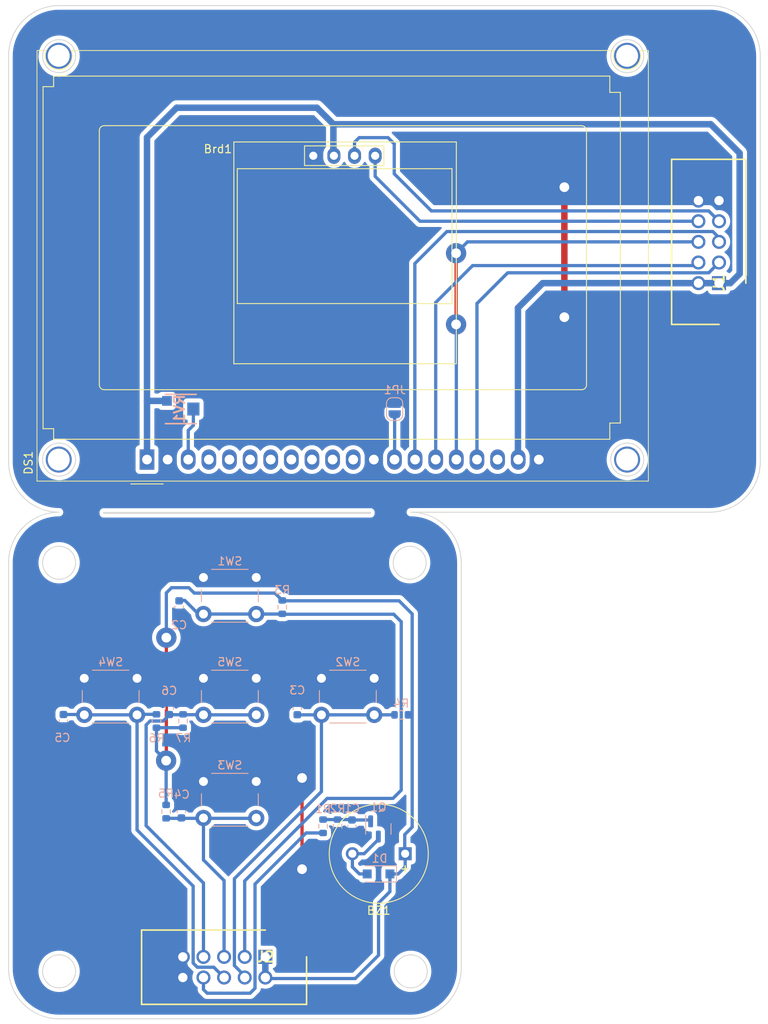
<source format=kicad_pcb>
(kicad_pcb (version 20211014) (generator pcbnew)
  (layers (0 "F.Cu" signal) (31 "B.Cu" signal) (34 "B.Paste" user) (35 "F.Paste" user) (36 "B.SilkS" user "B.Silkscreen") (37 "F.SilkS" user "F.Silkscreen") (38 "B.Mask" user) (39 "F.Mask" user) (44 "Edge.Cuts" user))
  (net 0 "")
  (net 1 "/I2C_SDA")
  (net 2 "/I2C_SCL")
  (net 3 "GND")
  (net 4 "+3V3")
  (net 5 "Net-(BZ1-Pad2)")
  (net 6 "Net-(C1-Pad1)")
  (net 7 "Net-(DS1-Pad3)")
  (net 16 "Net-(DS1-Pad13)")
  (net 17 "/LCD_RST")
  (net 18 "/LCD_RW")
  (net 19 "/LCD_CS")
  (net 20 "/LCD_CLK")
  (net 22 "/UP_BTN")
  (net 23 "/LT_BTN")
  (net 24 "/DWN_BTN")
  (net 25 "/RT_BTN")
  (net 26 "/OK_BTN")
  (net 27 "/BUZZER")
  (footprint "footprint_lib:SHDR10W66P254_2X5_2019X914X986P" (layer "F.Cu") (at 140.462 148.971)
    (fp_text reference "J2" (at 0 0) (layer "F.SilkS") (effects (font (size 1.27 1.27) (thickness 0.254))))
    (fp_text value "USER BOARD BUTTON" hide)
    (fp_line (start 0 -3.302) (end -15.24 -3.302) (layer "F.SilkS") (width 0.2))
    (fp_line (start -15.24 5.842) (end 5.08 5.842) (layer "F.SilkS") (width 0.2))
    (fp_line (start -15.24 -3.302) (end -15.24 5.842) (layer "F.SilkS") (width 0.2))
    (fp_line (start 5.08 5.842) (end 5.08 0) (layer "F.SilkS") (width 0.2))
    (pad "1" thru_hole rect locked (at 0 0) (size 1.725 1.725) (drill 1.15) (layers *.Cu *.Mask) (net 4 "+3V3"))
    (pad "2" thru_hole circle locked (at 0 2.54) (size 1.725 1.725) (drill 1.15) (layers *.Cu *.Mask) (net 4 "+3V3"))
    (pad "3" thru_hole circle locked (at -2.54 0) (size 1.725 1.725) (drill 1.15) (layers *.Cu *.Mask) (net 22 "/UP_BTN"))
    (pad "4" thru_hole circle locked (at -2.54 2.54) (size 1.725 1.725) (drill 1.15) (layers *.Cu *.Mask) (net 23 "/LT_BTN"))
    (pad "5" thru_hole circle locked (at -5.08 0) (size 1.725 1.725) (drill 1.15) (layers *.Cu *.Mask) (net 24 "/DWN_BTN"))
    (pad "6" thru_hole circle locked (at -5.08 2.54) (size 1.725 1.725) (drill 1.15) (layers *.Cu *.Mask) (net 25 "/RT_BTN"))
    (pad "7" thru_hole circle locked (at -7.62 0) (size 1.725 1.725) (drill 1.15) (layers *.Cu *.Mask) (net 26 "/OK_BTN"))
    (pad "8" thru_hole circle locked (at -7.62 2.54) (size 1.725 1.725) (drill 1.15) (layers *.Cu *.Mask) (net 27 "/BUZZER"))
    (pad "9" thru_hole circle locked (at -10.16 0) (size 1.725 1.725) (drill 1.15) (layers *.Cu *.Mask) (net 3 "GND"))
    (pad "10" thru_hole circle locked (at -10.16 2.54) (size 1.725 1.725) (drill 1.15) (layers *.Cu *.Mask) (net 3 "GND"))
  )
  (footprint "Buzzer_Beeper:MagneticBuzzer_ProSignal_ABT-410-RC" (layer "F.Cu") (at 157.682 136.271 180)
    (fp_text reference "BZ1" (at 3.25 -7) (layer "F.SilkS"))
    (fp_text value "3V3 Buzzer")
    (fp_text user "+" (at 0 -1.8) (layer "F.SilkS"))
    (fp_circle (center 3.25 0) (end 9.35 0) (layer "F.SilkS") (width 0.12) (fill none))
    (pad "1" thru_hole rect (at 0 0 180) (size 1.6 1.6) (drill 1) (layers *.Cu *.Mask) (net 4 "+3V3"))
    (pad "2" thru_hole circle (at 6.5 0 180) (size 1.6 1.6) (drill 1) (layers *.Cu *.Mask) (net 5 "Net-(BZ1-Pad2)"))
  )
  (footprint "Display:AG12864E" (layer "F.Cu") (at 125.887 87.7575 90)
    (fp_text reference "DS1" (at -0.4 -14.6 90) (layer "F.SilkS"))
    (fp_text value "AG12864E")
    (fp_line (start 3.8 -11.5) (end 2.5 -11.5) (layer "F.SilkS") (width 0.12))
    (fp_line (start 47.2 -11.5) (end 47.2 57) (layer "F.SilkS") (width 0.12))
    (fp_line (start 45.2 57) (end 45.2 58.3) (layer "F.SilkS") (width 0.12))
    (fp_line (start -2.65 -13.55) (end -2.65 61.75) (layer "F.SilkS") (width 0.1))
    (fp_line (start 45.2 58.3) (end 4.5 58.3) (layer "F.SilkS") (width 0.12))
    (fp_line (start 50.35 -13.55) (end -2.65 -13.55) (layer "F.SilkS") (width 0.1))
    (fp_line (start 4.5 57) (end 4.5 58.3) (layer "F.SilkS") (width 0.12))
    (fp_line (start 3.8 -12.8) (end 45.9 -12.8) (layer "F.SilkS") (width 0.12))
    (fp_line (start 8.6 -5.27) (end 8.6 53.53) (layer "F.SilkS") (width 0.12))
    (fp_line (start 47.2 57) (end 45.2 57) (layer "F.SilkS") (width 0.12))
    (fp_line (start 45.9 -11.5) (end 45.9 -12.8) (layer "F.SilkS") (width 0.12))
    (fp_line (start 50.35 57.55) (end 50.35 -9.3) (layer "F.SilkS") (width 0.1))
    (fp_line (start 3.8 -12.8) (end 3.8 -11.5) (layer "F.SilkS") (width 0.12))
    (fp_line (start 41.1 53.53) (end 41.1 -5.27) (layer "F.SilkS") (width 0.12))
    (fp_line (start 2.5 57) (end 4.5 57) (layer "F.SilkS") (width 0.12))
    (fp_line (start 50.35 61.75) (end 50.35 60.7) (layer "F.SilkS") (width 0.1))
    (fp_line (start 50.35 -13.54) (end 50.35 -12.44) (layer "F.SilkS") (width 0.1))
    (fp_line (start -3 -2) (end -3 2) (layer "F.SilkS") (width 0.12))
    (fp_line (start 9.2 54.13) (end 40.5 54.13) (layer "F.SilkS") (width 0.12))
    (fp_line (start -2.65 61.75) (end 50.35 61.75) (layer "F.SilkS") (width 0.1))
    (fp_line (start 40.5 -5.87) (end 9.21 -5.87) (layer "F.SilkS") (width 0.12))
    (fp_line (start 2.5 57) (end 2.5 -11.5) (layer "F.SilkS") (width 0.12))
    (fp_line (start 47.2 -11.5) (end 45.9 -11.5) (layer "F.SilkS") (width 0.12))
    (fp_arc (start 48.12 58.51) (mid 49.021177 57.574365) (end 50.32 57.55) (layer "F.SilkS") (width 0.1))
    (fp_arc (start 49.01 -9.32) (mid 48.116081 -10.261888) (end 48.15 -11.56) (layer "F.SilkS") (width 0.1))
    (fp_arc (start 9.2 54.13) (mid 8.775736 53.954264) (end 8.6 53.53) (layer "F.SilkS") (width 0.12))
    (fp_arc (start 8.6 -5.27) (mid 8.775736 -5.694264) (end 9.2 -5.87) (layer "F.SilkS") (width 0.12))
    (fp_arc (start 50.33 -9.29) (mid 49.028249 -9.307294) (end 48.12 -10.24) (layer "F.SilkS") (width 0.1))
    (fp_arc (start 40.5 -5.87) (mid 40.924264 -5.694264) (end 41.1 -5.27) (layer "F.SilkS") (width 0.12))
    (fp_arc (start 48.12 -11.49) (mid 49.021177 -12.425635) (end 50.32 -12.45) (layer "F.SilkS") (width 0.1))
    (fp_arc (start 41.1 53.53) (mid 40.924264 53.954264) (end 40.5 54.13) (layer "F.SilkS") (width 0.12))
    (fp_arc (start 49.08 60.71) (mid 48.144365 59.808823) (end 48.12 58.51) (layer "F.SilkS") (width 0.1))
    (fp_arc (start 50.31 60.71) (mid 49.014106 60.678564) (end 48.12 59.74) (layer "F.SilkS") (width 0.1))
    (pad "" thru_hole circle (at 0 -10.87) (size 3.2 3.2) (drill 2.7) (layers *.Cu *.Mask))
    (pad "" thru_hole circle (at 49.7 59.13) (size 3.2 3.2) (drill 2.7) (layers *.Cu *.Mask))
    (pad "" thru_hole circle (at 0 59.13) (size 3.2 3.2) (drill 2.7) (layers *.Cu *.Mask))
    (pad "" thru_hole circle (at 49.7 -10.87) (size 3.2 3.2) (drill 2.7) (layers *.Cu *.Mask))
    (pad "1" thru_hole rect (at 0 0) (size 1.8 2.5) (drill 1.2) (layers *.Cu *.Mask) (net 4 "+3V3"))
    (pad "2" thru_hole oval (at 0 2.54) (size 1.8 2.5) (drill 1.2) (layers *.Cu *.Mask) (net 3 "GND"))
    (pad "3" thru_hole oval (at 0 5.08) (size 1.8 2.5) (drill 1.2) (layers *.Cu *.Mask) (net 7 "Net-(DS1-Pad3)"))
    (pad "4" thru_hole oval (at 0 7.62) (size 1.8 2.5) (drill 1.2) (layers *.Cu *.Mask))
    (pad "5" thru_hole oval (at 0 10.16) (size 1.8 2.5) (drill 1.2) (layers *.Cu *.Mask))
    (pad "6" thru_hole oval (at 0 12.7) (size 1.8 2.5) (drill 1.2) (layers *.Cu *.Mask))
    (pad "7" thru_hole oval (at 0 15.24) (size 1.8 2.5) (drill 1.2) (layers *.Cu *.Mask))
    (pad "8" thru_hole oval (at 0 17.78) (size 1.8 2.5) (drill 1.2) (layers *.Cu *.Mask))
    (pad "9" thru_hole oval (at 0 20.32) (size 1.8 2.5) (drill 1.2) (layers *.Cu *.Mask))
    (pad "10" thru_hole oval (at 0 22.86) (size 1.8 2.5) (drill 1.2) (layers *.Cu *.Mask))
    (pad "11" thru_hole oval (at 0 25.4) (size 1.8 2.5) (drill 1.2) (layers *.Cu *.Mask))
    (pad "12" thru_hole oval (at 0 27.94) (size 1.8 2.5) (drill 1.2) (layers *.Cu *.Mask) (net 3 "GND"))
    (pad "13" thru_hole oval (at 0 30.48) (size 1.8 2.5) (drill 1.2) (layers *.Cu *.Mask) (net 16 "Net-(DS1-Pad13)"))
    (pad "14" thru_hole oval (at 0 33.02) (size 1.8 2.5) (drill 1.2) (layers *.Cu *.Mask) (net 17 "/LCD_RST"))
    (pad "15" thru_hole oval (at 0 35.56) (size 1.8 2.5) (drill 1.2) (layers *.Cu *.Mask) (net 18 "/LCD_RW"))
    (pad "16" thru_hole oval (at 0 38.1) (size 1.8 2.5) (drill 1.2) (layers *.Cu *.Mask) (net 19 "/LCD_CS"))
    (pad "17" thru_hole oval (at 0 40.64) (size 1.8 2.5) (drill 1.2) (layers *.Cu *.Mask) (net 20 "/LCD_CLK"))
    (pad "18" thru_hole oval (at 0 43.18) (size 1.8 2.5) (drill 1.2) (layers *.Cu *.Mask))
    (pad "19" thru_hole oval (at 0 45.72) (size 1.8 2.5) (drill 1.2) (layers *.Cu *.Mask) (net 4 "+3V3"))
    (pad "20" thru_hole oval (at 0 48.26) (size 1.8 2.5) (drill 1.2) (layers *.Cu *.Mask) (net 3 "GND"))
  )
  (footprint "footprint_lib:SHDR10W66P254_2X5_2019X914X986P" (layer "F.Cu") (at 196.342 66.04 -90)
    (fp_text reference "J1" (at 0 0 90) (layer "F.SilkS") (effects (font (size 1.27 1.27) (thickness 0.254))))
    (fp_text value "USER BOARD DISPLAY" hide)
    (fp_line (start 0 -3.302) (end -15.24 -3.302) (layer "F.SilkS") (width 0.2))
    (fp_line (start 5.08 5.842) (end 5.08 0) (layer "F.SilkS") (width 0.2))
    (fp_line (start -15.24 -3.302) (end -15.24 5.842) (layer "F.SilkS") (width 0.2))
    (fp_line (start -15.24 5.842) (end 5.08 5.842) (layer "F.SilkS") (width 0.2))
    (pad "1" thru_hole rect locked (at 0 0 270) (size 1.725 1.725) (drill 1.15) (layers *.Cu *.Mask) (net 4 "+3V3"))
    (pad "2" thru_hole circle locked (at 0 2.54 270) (size 1.725 1.725) (drill 1.15) (layers *.Cu *.Mask) (net 4 "+3V3"))
    (pad "3" thru_hole circle locked (at -2.54 0 270) (size 1.725 1.725) (drill 1.15) (layers *.Cu *.Mask) (net 20 "/LCD_CLK"))
    (pad "4" thru_hole circle locked (at -2.54 2.54 270) (size 1.725 1.725) (drill 1.15) (layers *.Cu *.Mask) (net 18 "/LCD_RW"))
    (pad "5" thru_hole circle locked (at -5.08 0 270) (size 1.725 1.725) (drill 1.15) (layers *.Cu *.Mask) (net 17 "/LCD_RST"))
    (pad "6" thru_hole circle locked (at -5.08 2.54 270) (size 1.725 1.725) (drill 1.15) (layers *.Cu *.Mask) (net 19 "/LCD_CS"))
    (pad "7" thru_hole circle locked (at -7.62 0 270) (size 1.725 1.725) (drill 1.15) (layers *.Cu *.Mask) (net 2 "/I2C_SCL"))
    (pad "8" thru_hole circle locked (at -7.62 2.54 270) (size 1.725 1.725) (drill 1.15) (layers *.Cu *.Mask) (net 1 "/I2C_SDA"))
    (pad "9" thru_hole circle locked (at -10.16 0 270) (size 1.725 1.725) (drill 1.15) (layers *.Cu *.Mask) (net 3 "GND"))
    (pad "10" thru_hole circle locked (at -10.16 2.54 270) (size 1.725 1.725) (drill 1.15) (layers *.Cu *.Mask) (net 3 "GND"))
  )
  (footprint "footprint_lib:128x64OLED" (layer "F.Cu") (at 149.987 60.96)
    (fp_text reference "Brd1" (at -15.367 -11.43) (layer "F.SilkS"))
    (fp_text value "SSD1306")
    (fp_line (start 13.462 -9.017) (end 13.208 -9.005) (layer "F.SilkS") (width 0.12))
    (fp_line (start 10.122 7.595) (end 13.462 7.62) (layer "F.SilkS") (width 0.12))
    (fp_line (start 5.08 -9.398) (end -4.699 -9.398) (layer "F.SilkS") (width 0.12))
    (fp_line (start -4.699 -11.811) (end -4.699 -9.398) (layer "F.SilkS") (width 0.12))
    (fp_line (start 13.462 7.62) (end 13.462 -9.017) (layer "F.SilkS") (width 0.12))
    (fp_line (start 14 15) (end -13.4 15) (layer "F.SilkS") (width 0.12))
    (fp_line (start 10.122 -9.005) (end 13.208 -9.005) (layer "F.SilkS") (width 0.12))
    (fp_line (start -13.4 15) (end -13.4 -12.3) (layer "F.SilkS") (width 0.12))
    (fp_line (start -12.978 -9.005) (end 10.122 -9.005) (layer "F.SilkS") (width 0.12))
    (fp_line (start -4.699 -11.811) (end 5.08 -11.811) (layer "F.SilkS") (width 0.12))
    (fp_line (start 5.08 -11.811) (end 5.08 -9.398) (layer "F.SilkS") (width 0.12))
    (fp_line (start -13.4 -12.3) (end 14 -12.3) (layer "F.SilkS") (width 0.12))
    (fp_line (start 14 -12.3) (end 14 15) (layer "F.SilkS") (width 0.12))
    (fp_line (start 10.122 7.595) (end -12.978 7.595) (layer "F.SilkS") (width 0.12))
    (fp_line (start -12.978 7.595) (end -12.978 -9.005) (layer "F.SilkS") (width 0.12))
    (pad "1" thru_hole oval locked (at -3.62 -10.6 90) (size 2 1.6) (drill 1) (layers *.Cu *.Mask) (net 3 "GND"))
    (pad "2" thru_hole oval locked (at -1.08 -10.6 90) (size 2 1.6) (drill 1) (layers *.Cu *.Mask) (net 4 "+3V3"))
    (pad "3" thru_hole oval locked (at 1.46 -10.6 90) (size 2 1.6) (drill 1) (layers *.Cu *.Mask) (net 2 "/I2C_SCL"))
    (pad "4" thru_hole oval locked (at 4 -10.6 90) (size 2 1.6) (drill 1) (layers *.Cu *.Mask) (net 1 "/I2C_SDA"))
  )
  (footprint "Capacitor_SMD:C_0603_1608Metric" (layer "B.Cu") (at 128.6256 118.364 90)
    (fp_text reference "C6" (at 2.159 0) (layer "B.SilkS") (effects (justify mirror)))
    (fp_text value "100nF")
    (fp_line (start -0.14058 -0.51) (end 0.14058 -0.51) (layer "B.SilkS") (width 0.12))
    (fp_line (start -0.14058 0.51) (end 0.14058 0.51) (layer "B.SilkS") (width 0.12))
    (pad "1" smd roundrect (at -0.775 0 90) (size 0.9 0.95) (layers "B.Cu" "B.Paste" "B.Mask") (net 26 "/OK_BTN"))
    (pad "2" smd roundrect (at 0.775 0 90) (size 0.9 0.95) (layers "B.Cu" "B.Paste" "B.Mask") (net 3 "GND"))
  )
  (footprint "Resistor_SMD:R_0603_1608Metric" (layer "B.Cu") (at 127.0508 119.9388 90)
    (fp_text reference "R6" (at -2.1082 0.0254) (layer "B.SilkS") (effects (justify mirror)))
    (fp_text value "1k")
    (fp_line (start -0.237258 -0.5225) (end 0.237258 -0.5225) (layer "B.SilkS") (width 0.12))
    (fp_line (start -0.237258 0.5225) (end 0.237258 0.5225) (layer "B.SilkS") (width 0.12))
    (pad "1" smd roundrect (at -0.825 0 90) (size 0.8 0.95) (layers "B.Cu" "B.Paste" "B.Mask") (net 4 "+3V3"))
    (pad "2" smd roundrect (at 0.825 0 90) (size 0.8 0.95) (layers "B.Cu" "B.Paste" "B.Mask") (net 25 "/RT_BTN"))
  )
  (footprint "Jumper:SolderJumper-2_P1.3mm_Open_RoundedPad1.0x1.5mm" (layer "B.Cu") (at 156.3878 81.5444 90)
    (fp_text reference "JP1" (at 2.3472 0.0254) (layer "B.SilkS") (effects (justify mirror)))
    (fp_text value "SolderJumper_2_Open")
    (fp_line (start 0.7 -1) (end -0.7 -1) (layer "B.SilkS") (width 0.12))
    (fp_line (start -0.7 1) (end 0.7 1) (layer "B.SilkS") (width 0.12))
    (fp_line (start -1.4 -0.3) (end -1.4 0.3) (layer "B.SilkS") (width 0.12))
    (fp_line (start 1.4 0.3) (end 1.4 -0.3) (layer "B.SilkS") (width 0.12))
    (fp_arc (start -0.7 1) (mid -1.194975 0.794975) (end -1.4 0.3) (layer "B.SilkS") (width 0.12))
    (fp_arc (start 0.7 -1) (mid 1.194975 -0.794975) (end 1.4 -0.3) (layer "B.SilkS") (width 0.12))
    (fp_arc (start -1.4 -0.3) (mid -1.194975 -0.794975) (end -0.7 -1) (layer "B.SilkS") (width 0.12))
    (fp_arc (start 1.4 0.3) (mid 1.194975 0.794975) (end 0.7 1) (layer "B.SilkS") (width 0.12))
    (pad "1" smd custom (at -0.65 0 90) (size 1 0.5) (layers "B.Cu" "B.Mask") (net 16 "Net-(DS1-Pad13)") (options (clearance outline) (anchor rect)) (primitives (gr_circle (center 0 -0.25) (end 0.5 -0.25) (width 0) (fill yes)) (gr_circle (center 0 0.25) (end 0.5 0.25) (width 0) (fill yes)) (gr_poly (pts (xy 0.5 -0.75) (xy 0 -0.75) (xy 0 0.75) (xy 0.5 0.75)) (width 0) (fill yes))))
    (pad "2" smd custom (at 0.65 0 90) (size 1 0.5) (layers "B.Cu" "B.Mask") (net 3 "GND") (options (clearance outline) (anchor rect)) (primitives (gr_circle (center 0 -0.25) (end 0.5 -0.25) (width 0) (fill yes)) (gr_circle (center 0 0.25) (end 0.5 0.25) (width 0) (fill yes)) (gr_poly (pts (xy 0 -0.75) (xy -0.5 -0.75) (xy -0.5 0.75) (xy 0 0.75)) (width 0) (fill yes))))
  )
  (footprint "Button_Switch_THT:SW_PUSH_6mm" (layer "B.Cu") (at 153.872 114.681 180)
    (fp_text reference "SW2" (at 3.25 2) (layer "B.SilkS") (effects (justify mirror)))
    (fp_text value "LT")
    (fp_line (start -0.25 -1.5) (end -0.25 -3) (layer "B.SilkS") (width 0.12))
    (fp_line (start 6.75 -3) (end 6.75 -1.5) (layer "B.SilkS") (width 0.12))
    (fp_line (start 1 -5.5) (end 5.5 -5.5) (layer "B.SilkS") (width 0.12))
    (fp_line (start 5.5 1) (end 1 1) (layer "B.SilkS") (width 0.12))
    (pad "1" thru_hole circle (at 6.5 0 90) (size 2 2) (drill 1.1) (layers *.Cu *.Mask) (net 3 "GND"))
    (pad "1" thru_hole circle (at 0 0 90) (size 2 2) (drill 1.1) (layers *.Cu *.Mask) (net 3 "GND"))
    (pad "2" thru_hole circle (at 6.5 -4.5 90) (size 2 2) (drill 1.1) (layers *.Cu *.Mask) (net 23 "/LT_BTN"))
    (pad "2" thru_hole circle (at 0 -4.5 90) (size 2 2) (drill 1.1) (layers *.Cu *.Mask) (net 23 "/LT_BTN"))
  )
  (footprint "Resistor_SMD:R_0603_1608Metric" (layer "B.Cu") (at 149.352 132.8928 -90)
    (fp_text reference "R2" (at -2.1844 0 180) (layer "B.SilkS") (effects (justify mirror)))
    (fp_text value "100k")
    (fp_line (start -0.237258 -0.5225) (end 0.237258 -0.5225) (layer "B.SilkS") (width 0.12))
    (fp_line (start -0.237258 0.5225) (end 0.237258 0.5225) (layer "B.SilkS") (width 0.12))
    (pad "1" smd roundrect (at -0.825 0 270) (size 0.8 0.95) (layers "B.Cu" "B.Paste" "B.Mask") (net 6 "Net-(C1-Pad1)"))
    (pad "2" smd roundrect (at 0.825 0 270) (size 0.8 0.95) (layers "B.Cu" "B.Paste" "B.Mask") (net 3 "GND"))
  )
  (footprint "Button_Switch_THT:SW_PUSH_6mm" (layer "B.Cu") (at 124.662 114.681 180)
    (fp_text reference "SW4" (at 3.25 2) (layer "B.SilkS") (effects (justify mirror)))
    (fp_text value "RT")
    (fp_line (start 6.75 -3) (end 6.75 -1.5) (layer "B.SilkS") (width 0.12))
    (fp_line (start 1 -5.5) (end 5.5 -5.5) (layer "B.SilkS") (width 0.12))
    (fp_line (start 5.5 1) (end 1 1) (layer "B.SilkS") (width 0.12))
    (fp_line (start -0.25 -1.5) (end -0.25 -3) (layer "B.SilkS") (width 0.12))
    (pad "1" thru_hole circle (at 6.5 0 90) (size 2 2) (drill 1.1) (layers *.Cu *.Mask) (net 3 "GND"))
    (pad "1" thru_hole circle (at 0 0 90) (size 2 2) (drill 1.1) (layers *.Cu *.Mask) (net 3 "GND"))
    (pad "2" thru_hole circle (at 0 -4.5 90) (size 2 2) (drill 1.1) (layers *.Cu *.Mask) (net 25 "/RT_BTN"))
    (pad "2" thru_hole circle (at 6.5 -4.5 90) (size 2 2) (drill 1.1) (layers *.Cu *.Mask) (net 25 "/RT_BTN"))
  )
  (footprint "Capacitor_SMD:C_0603_1608Metric" (layer "B.Cu") (at 151.13 132.8928 -90)
    (fp_text reference "C1" (at -2.2098 -0.0254 180) (layer "B.SilkS") (effects (justify mirror)))
    (fp_text value "100nF")
    (fp_line (start -0.14058 -0.51) (end 0.14058 -0.51) (layer "B.SilkS") (width 0.12))
    (fp_line (start -0.14058 0.51) (end 0.14058 0.51) (layer "B.SilkS") (width 0.12))
    (pad "1" smd roundrect (at -0.775 0 270) (size 0.9 0.95) (layers "B.Cu" "B.Paste" "B.Mask") (net 6 "Net-(C1-Pad1)"))
    (pad "2" smd roundrect (at 0.775 0 270) (size 0.9 0.95) (layers "B.Cu" "B.Paste" "B.Mask") (net 3 "GND"))
  )
  (footprint "Button_Switch_THT:SW_PUSH_6mm" (layer "B.Cu") (at 139.342 114.681 180)
    (fp_text reference "SW5" (at 3.25 2) (layer "B.SilkS") (effects (justify mirror)))
    (fp_text value "OK")
    (fp_line (start 1 -5.5) (end 5.5 -5.5) (layer "B.SilkS") (width 0.12))
    (fp_line (start 6.75 -3) (end 6.75 -1.5) (layer "B.SilkS") (width 0.12))
    (fp_line (start 5.5 1) (end 1 1) (layer "B.SilkS") (width 0.12))
    (fp_line (start -0.25 -1.5) (end -0.25 -3) (layer "B.SilkS") (width 0.12))
    (pad "1" thru_hole circle (at 6.5 0 90) (size 2 2) (drill 1.1) (layers *.Cu *.Mask) (net 3 "GND"))
    (pad "1" thru_hole circle (at 0 0 90) (size 2 2) (drill 1.1) (layers *.Cu *.Mask) (net 3 "GND"))
    (pad "2" thru_hole circle (at 0 -4.5 90) (size 2 2) (drill 1.1) (layers *.Cu *.Mask) (net 26 "/OK_BTN"))
    (pad "2" thru_hole circle (at 6.5 -4.5 90) (size 2 2) (drill 1.1) (layers *.Cu *.Mask) (net 26 "/OK_BTN"))
  )
  (footprint "Capacitor_SMD:C_0603_1608Metric" (layer "B.Cu") (at 130.1242 131.0894 90)
    (fp_text reference "C4" (at 2.1082 0.0508 180) (layer "B.SilkS") (effects (justify mirror)))
    (fp_text value "100nF")
    (fp_line (start -0.14058 0.51) (end 0.14058 0.51) (layer "B.SilkS") (width 0.12))
    (fp_line (start -0.14058 -0.51) (end 0.14058 -0.51) (layer "B.SilkS") (width 0.12))
    (pad "1" smd roundrect (at -0.775 0 90) (size 0.9 0.95) (layers "B.Cu" "B.Paste" "B.Mask") (net 24 "/DWN_BTN"))
    (pad "2" smd roundrect (at 0.775 0 90) (size 0.9 0.95) (layers "B.Cu" "B.Paste" "B.Mask") (net 3 "GND"))
  )
  (footprint "Capacitor_SMD:C_0603_1608Metric" (layer "B.Cu") (at 115.5954 119.9134 -90)
    (fp_text reference "C5" (at 2.0828 0.127) (layer "B.SilkS") (effects (justify mirror)))
    (fp_text value "100nF")
    (fp_line (start -0.14058 -0.51) (end 0.14058 -0.51) (layer "B.SilkS") (width 0.12))
    (fp_line (start -0.14058 0.51) (end 0.14058 0.51) (layer "B.SilkS") (width 0.12))
    (pad "1" smd roundrect (at -0.775 0 270) (size 0.9 0.95) (layers "B.Cu" "B.Paste" "B.Mask") (net 25 "/RT_BTN"))
    (pad "2" smd roundrect (at 0.775 0 270) (size 0.9 0.95) (layers "B.Cu" "B.Paste" "B.Mask") (net 3 "GND"))
  )
  (footprint "Resistor_SMD:R_0603_1608Metric" (layer "B.Cu") (at 142.5448 105.918 -90)
    (fp_text reference "R3" (at -2.1082 0 180) (layer "B.SilkS") (effects (justify mirror)))
    (fp_text value "1k")
    (fp_line (start -0.237258 -0.5225) (end 0.237258 -0.5225) (layer "B.SilkS") (width 0.12))
    (fp_line (start -0.237258 0.5225) (end 0.237258 0.5225) (layer "B.SilkS") (width 0.12))
    (pad "1" smd roundrect (at -0.825 0 270) (size 0.8 0.95) (layers "B.Cu" "B.Paste" "B.Mask") (net 4 "+3V3"))
    (pad "2" smd roundrect (at 0.825 0 270) (size 0.8 0.95) (layers "B.Cu" "B.Paste" "B.Mask") (net 22 "/UP_BTN"))
  )
  (footprint "footprint_lib:TC33X2503E" (layer "B.Cu") (at 130.048 81.534 90)
    (fp_text reference "RV1" (at 0 -0.168 90) (layer "B.SilkS") (effects (font (size 1.27 1.27) (thickness 0.254)) (justify mirror)))
    (fp_text value "10K" hide)
    (fp_line (start -1.052 -2.625) (end -1.052 -2.625) (layer "B.SilkS") (width 0.022))
    (fp_line (start -1.03 -2.625) (end -1.03 -2.625) (layer "B.SilkS") (width 0.022))
    (fp_line (start -1.8 1.9) (end -1.8 -1.9) (layer "B.SilkS") (width 0.2))
    (fp_line (start 1.8 -1.9) (end 1.8 1.9) (layer "B.SilkS") (width 0.2))
    (fp_arc (start -1.052 -2.625) (mid -1.041 -2.636) (end -1.03 -2.625) (layer "B.SilkS") (width 0.022))
    (fp_arc (start -1.03 -2.625) (mid -1.041 -2.614) (end -1.052 -2.625) (layer "B.SilkS") (width 0.022))
    (pad "1" smd rect locked (at -1 -1.7) (size 1.2 1.2) (layers "B.Cu" "B.Paste" "B.Mask") (net 3 "GND"))
    (pad "2" smd rect locked (at 0 1.55) (size 1.5 1.6) (layers "B.Cu" "B.Paste" "B.Mask") (net 7 "Net-(DS1-Pad3)"))
    (pad "3" smd rect locked (at 1 -1.7) (size 1.2 1.2) (layers "B.Cu" "B.Paste" "B.Mask") (net 4 "+3V3"))
  )
  (footprint "Resistor_SMD:R_0603_1608Metric" (layer "B.Cu") (at 157.2006 119.1768 180)
    (fp_text reference "R4" (at 0 1.397 180) (layer "B.SilkS") (effects (justify mirror)))
    (fp_text value "1k")
    (fp_line (start -0.237258 -0.5225) (end 0.237258 -0.5225) (layer "B.SilkS") (width 0.12))
    (fp_line (start -0.237258 0.5225) (end 0.237258 0.5225) (layer "B.SilkS") (width 0.12))
    (pad "1" smd roundrect (at -0.825 0 180) (size 0.8 0.95) (layers "B.Cu" "B.Paste" "B.Mask") (net 4 "+3V3"))
    (pad "2" smd roundrect (at 0.825 0 180) (size 0.8 0.95) (layers "B.Cu" "B.Paste" "B.Mask") (net 23 "/LT_BTN"))
  )
  (footprint "Resistor_SMD:R_0603_1608Metric" (layer "B.Cu") (at 128.2446 131.0894 -90)
    (fp_text reference "R5" (at -2.2352 0.0254 180) (layer "B.SilkS") (effects (justify mirror)))
    (fp_text value "1k")
    (fp_line (start -0.237258 0.5225) (end 0.237258 0.5225) (layer "B.SilkS") (width 0.12))
    (fp_line (start -0.237258 -0.5225) (end 0.237258 -0.5225) (layer "B.SilkS") (width 0.12))
    (pad "1" smd roundrect (at -0.825 0 270) (size 0.8 0.95) (layers "B.Cu" "B.Paste" "B.Mask") (net 4 "+3V3"))
    (pad "2" smd roundrect (at 0.825 0 270) (size 0.8 0.95) (layers "B.Cu" "B.Paste" "B.Mask") (net 24 "/DWN_BTN"))
  )
  (footprint "Button_Switch_THT:SW_PUSH_6mm" (layer "B.Cu") (at 139.342 102.271 180)
    (fp_text reference "SW1" (at 3.25 2) (layer "B.SilkS") (effects (justify mirror)))
    (fp_text value "UP")
    (fp_line (start -0.25 -1.5) (end -0.25 -3) (layer "B.SilkS") (width 0.12))
    (fp_line (start 5.5 1) (end 1 1) (layer "B.SilkS") (width 0.12))
    (fp_line (start 6.75 -3) (end 6.75 -1.5) (layer "B.SilkS") (width 0.12))
    (fp_line (start 1 -5.5) (end 5.5 -5.5) (layer "B.SilkS") (width 0.12))
    (pad "1" thru_hole circle (at 6.5 0 90) (size 2 2) (drill 1.1) (layers *.Cu *.Mask) (net 3 "GND"))
    (pad "1" thru_hole circle (at 0 0 90) (size 2 2) (drill 1.1) (layers *.Cu *.Mask) (net 3 "GND"))
    (pad "2" thru_hole circle (at 6.5 -4.5 90) (size 2 2) (drill 1.1) (layers *.Cu *.Mask) (net 22 "/UP_BTN"))
    (pad "2" thru_hole circle (at 0 -4.5 90) (size 2 2) (drill 1.1) (layers *.Cu *.Mask) (net 22 "/UP_BTN"))
  )
  (footprint "Capacitor_SMD:C_0603_1608Metric" (layer "B.Cu") (at 144.399 118.3894 90)
    (fp_text reference "C3" (at 2.2352 0 180) (layer "B.SilkS") (effects (justify mirror)))
    (fp_text value "100nF")
    (fp_line (start -0.14058 -0.51) (end 0.14058 -0.51) (layer "B.SilkS") (width 0.12))
    (fp_line (start -0.14058 0.51) (end 0.14058 0.51) (layer "B.SilkS") (width 0.12))
    (pad "1" smd roundrect (at -0.775 0 90) (size 0.9 0.95) (layers "B.Cu" "B.Paste" "B.Mask") (net 23 "/LT_BTN"))
    (pad "2" smd roundrect (at 0.775 0 90) (size 0.9 0.95) (layers "B.Cu" "B.Paste" "B.Mask") (net 3 "GND"))
  )
  (footprint "Button_Switch_THT:SW_PUSH_6mm" (layer "B.Cu") (at 139.342 127.381 180)
    (fp_text reference "SW3" (at 3.25 2) (layer "B.SilkS") (effects (justify mirror)))
    (fp_text value "DWN")
    (fp_line (start 5.5 1) (end 1 1) (layer "B.SilkS") (width 0.12))
    (fp_line (start -0.25 -1.5) (end -0.25 -3) (layer "B.SilkS") (width 0.12))
    (fp_line (start 1 -5.5) (end 5.5 -5.5) (layer "B.SilkS") (width 0.12))
    (fp_line (start 6.75 -3) (end 6.75 -1.5) (layer "B.SilkS") (width 0.12))
    (pad "1" thru_hole circle (at 6.5 0 90) (size 2 2) (drill 1.1) (layers *.Cu *.Mask) (net 3 "GND"))
    (pad "1" thru_hole circle (at 0 0 90) (size 2 2) (drill 1.1) (layers *.Cu *.Mask) (net 3 "GND"))
    (pad "2" thru_hole circle (at 0 -4.5 90) (size 2 2) (drill 1.1) (layers *.Cu *.Mask) (net 24 "/DWN_BTN"))
    (pad "2" thru_hole circle (at 6.5 -4.5 90) (size 2 2) (drill 1.1) (layers *.Cu *.Mask) (net 24 "/DWN_BTN"))
  )
  (footprint "Diode_SMD:D_SOD-123F" (layer "B.Cu") (at 154.4066 138.7602 180)
    (fp_text reference "D1" (at -0.127 1.905) (layer "B.SilkS") (effects (justify mirror)))
    (fp_text value "DSS34")
    (fp_line (start -2.2 1) (end 1.65 1) (layer "B.SilkS") (width 0.12))
    (fp_line (start -2.2 1) (end -2.2 -1) (layer "B.SilkS") (width 0.12))
    (fp_line (start -2.2 -1) (end 1.65 -1) (layer "B.SilkS") (width 0.12))
    (pad "1" smd rect (at -1.4 0 180) (size 1.1 1.1) (layers "B.Cu" "B.Paste" "B.Mask") (net 4 "+3V3"))
    (pad "2" smd rect (at 1.4 0 180) (size 1.1 1.1) (layers "B.Cu" "B.Paste" "B.Mask") (net 5 "Net-(BZ1-Pad2)"))
  )
  (footprint "Capacitor_SMD:C_0603_1608Metric" (layer "B.Cu") (at 129.8448 105.918 -90)
    (fp_text reference "C2" (at 2.2098 0) (layer "B.SilkS") (effects (justify mirror)))
    (fp_text value "100nF")
    (fp_line (start -0.14058 -0.51) (end 0.14058 -0.51) (layer "B.SilkS") (width 0.12))
    (fp_line (start -0.14058 0.51) (end 0.14058 0.51) (layer "B.SilkS") (width 0.12))
    (pad "1" smd roundrect (at -0.775 0 270) (size 0.9 0.95) (layers "B.Cu" "B.Paste" "B.Mask") (net 22 "/UP_BTN"))
    (pad "2" smd roundrect (at 0.775 0 270) (size 0.9 0.95) (layers "B.Cu" "B.Paste" "B.Mask") (net 3 "GND"))
  )
  (footprint "Resistor_SMD:R_0603_1608Metric" (layer "B.Cu") (at 147.574 132.8928 -90)
    (fp_text reference "R1" (at -2.1336 0 180) (layer "B.SilkS") (effects (justify mirror)))
    (fp_text value "100")
    (fp_line (start -0.237258 0.5225) (end 0.237258 0.5225) (layer "B.SilkS") (width 0.12))
    (fp_line (start -0.237258 -0.5225) (end 0.237258 -0.5225) (layer "B.SilkS") (width 0.12))
    (pad "1" smd roundrect (at -0.825 0 270) (size 0.8 0.95) (layers "B.Cu" "B.Paste" "B.Mask") (net 6 "Net-(C1-Pad1)"))
    (pad "2" smd roundrect (at 0.825 0 270) (size 0.8 0.95) (layers "B.Cu" "B.Paste" "B.Mask") (net 27 "/BUZZER"))
  )
  (footprint "Package_TO_SOT_SMD:SOT-23" (layer "B.Cu") (at 154.3812 133.223 -90)
    (fp_text reference "Q1" (at -2.667 0 180) (layer "B.SilkS") (effects (justify mirror)))
    (fp_text value "DMN13H750S")
    (fp_line (start 0 -1.56) (end 0.65 -1.56) (layer "B.SilkS") (width 0.12))
    (fp_line (start 0 -1.56) (end -0.65 -1.56) (layer "B.SilkS") (width 0.12))
    (fp_line (start 0 1.56) (end -1.675 1.56) (layer "B.SilkS") (width 0.12))
    (fp_line (start 0 1.56) (end 0.65 1.56) (layer "B.SilkS") (width 0.12))
    (pad "1" smd roundrect (at -0.9375 0.95 270) (size 1.475 0.6) (layers "B.Cu" "B.Paste" "B.Mask") (net 6 "Net-(C1-Pad1)"))
    (pad "2" smd roundrect (at -0.9375 -0.95 270) (size 1.475 0.6) (layers "B.Cu" "B.Paste" "B.Mask") (net 3 "GND"))
    (pad "3" smd roundrect (at 0.9375 0 270) (size 1.475 0.6) (layers "B.Cu" "B.Paste" "B.Mask") (net 5 "Net-(BZ1-Pad2)"))
  )
  (footprint "Resistor_SMD:R_0603_1608Metric" (layer "B.Cu") (at 130.3274 119.9388 90)
    (fp_text reference "R7" (at -2.096 0.0254) (layer "B.SilkS") (effects (justify mirror)))
    (fp_text value "1k")
    (fp_line (start -0.237258 -0.5225) (end 0.237258 -0.5225) (layer "B.SilkS") (width 0.12))
    (fp_line (start -0.237258 0.5225) (end 0.237258 0.5225) (layer "B.SilkS") (width 0.12))
    (pad "1" smd roundrect (at -0.825 0 90) (size 0.8 0.95) (layers "B.Cu" "B.Paste" "B.Mask") (net 4 "+3V3"))
    (pad "2" smd roundrect (at 0.825 0 90) (size 0.8 0.95) (layers "B.Cu" "B.Paste" "B.Mask") (net 26 "/OK_BTN"))
  )
  (gr_line (start 120.5484 94.2594) (end 153.416 94.2594) (layer "Edge.Cuts") (width 0.1))
  (gr_circle (center 158.242 100.457005) (end 158.242 98.425005) (layer "Edge.Cuts") (width 0.1) (fill none))
  (gr_arc (start 195.199 31.877) (mid 199.599325 33.699675) (end 201.422 38.1) (layer "Edge.Cuts") (width 0.1))
  (gr_line (start 108.839 38.1) (end 108.839 88.011) (layer "Edge.Cuts") (width 0.1))
  (gr_line (start 120.5484 94.3864) (end 120.5484 94.2594) (layer "Edge.Cuts") (width 0.1))
  (gr_circle (center 115.062005 100.457005) (end 115.062005 98.425005) (layer "Edge.Cuts") (width 0.1) (fill none))
  (gr_line (start 153.416 94.3864) (end 120.5484 94.3864) (layer "Edge.Cuts") (width 0.1))
  (gr_circle (center 185.039 38.1) (end 185.039 36.068) (layer "Edge.Cuts") (width 0.1) (fill none))
  (gr_circle (center 115.062025 150.749) (end 115.062025 148.717) (layer "Edge.Cuts") (width 0.1) (fill none))
  (gr_arc (start 164.592 150.368) (mid 162.769325 154.768325) (end 158.369 156.591) (layer "Edge.Cuts") (width 0.1))
  (gr_arc (start 115.062 94.234) (mid 110.661675 92.411325) (end 108.839 88.011) (layer "Edge.Cuts") (width 0.1))
  (gr_line (start 153.416 94.2594) (end 153.416 94.3864) (layer "Edge.Cuts") (width 0.1))
  (gr_line (start 164.592 150.368) (end 164.592 100.457) (layer "Edge.Cuts") (width 0.1))
  (gr_arc (start 201.422 88.011) (mid 199.599325 92.411325) (end 195.199 94.234) (layer "Edge.Cuts") (width 0.1))
  (gr_circle (center 158.368998 150.749) (end 158.368998 148.717) (layer "Edge.Cuts") (width 0.1) (fill none))
  (gr_line (start 201.422 88.011) (end 201.422 38.1) (layer "Edge.Cuts") (width 0.1))
  (gr_arc (start 108.839 100.457) (mid 110.661676 96.056676) (end 115.062 94.234) (layer "Edge.Cuts") (width 0.1))
  (gr_line (start 158.369 156.591) (end 115.062 156.591) (layer "Edge.Cuts") (width 0.1))
  (gr_line (start 158.369 94.234) (end 195.199 94.234) (layer "Edge.Cuts") (width 0.1))
  (gr_circle (center 115.062 87.757) (end 115.062 85.725) (layer "Edge.Cuts") (width 0.1) (fill none))
  (gr_arc (start 115.062 156.591) (mid 110.661682 154.768318) (end 108.839 150.368) (layer "Edge.Cuts") (width 0.1))
  (gr_arc (start 158.369 94.234) (mid 162.769325 96.056675) (end 164.592 100.457) (layer "Edge.Cuts") (width 0.1))
  (gr_circle (center 115.062 38.1) (end 115.062 36.068) (layer "Edge.Cuts") (width 0.1) (fill none))
  (gr_arc (start 108.839 38.1) (mid 110.661675 33.699675) (end 115.062 31.877) (layer "Edge.Cuts") (width 0.1))
  (gr_circle (center 185.039 87.757) (end 185.039 85.725) (layer "Edge.Cuts") (width 0.1) (fill none))
  (gr_line (start 195.199 31.877) (end 115.062 31.877) (layer "Edge.Cuts") (width 0.1))
  (gr_line (start 108.839 100.457) (end 108.839 150.368) (layer "Edge.Cuts") (width 0.1))
  (segment (start 193.802 58.42) (end 159.512 58.42) (width 0.4) (layer "B.Cu") (net 1))
  (segment (start 159.512 58.42) (end 153.987 52.895) (width 0.4) (layer "B.Cu") (net 1))
  (segment (start 153.987 52.895) (end 153.987 50.36) (width 0.4) (layer "B.Cu") (net 1))
  (segment (start 160.909 57.15) (end 195.072 57.15) (width 0.4) (layer "B.Cu") (net 2))
  (segment (start 152.019 48.133) (end 155.575 48.133) (width 0.4) (layer "B.Cu") (net 2))
  (segment (start 151.447 50.36) (end 151.447 48.705) (width 0.4) (layer "B.Cu") (net 2))
  (segment (start 151.447 48.705) (end 152.019 48.133) (width 0.4) (layer "B.Cu") (net 2))
  (segment (start 156.337 48.895) (end 156.337 52.578) (width 0.4) (layer "B.Cu") (net 2))
  (segment (start 155.575 48.133) (end 156.337 48.895) (width 0.4) (layer "B.Cu") (net 2))
  (segment (start 156.337 52.578) (end 160.909 57.15) (width 0.4) (layer "B.Cu") (net 2))
  (segment (start 195.072 57.15) (end 196.342 58.42) (width 0.4) (layer "B.Cu") (net 2))
  (segment (start 177.292 70.231) (end 177.292 54.229) (width 0.8) (layer "F.Cu") (net 3))
  (segment (start 144.9832 126.9492) (end 144.9832 138.176) (width 0.4) (layer "F.Cu") (net 3))
  (via (at 177.292 54.229) (size 2.5) (drill 1.2) (layers "F.Cu" "B.Cu") (net 3))
  (via (at 144.9832 138.176) (size 2.5) (drill 1.2) (layers "F.Cu" "B.Cu") (net 3))
  (via (at 144.9832 126.9492) (size 2.5) (drill 1.2) (layers "F.Cu" "B.Cu") (net 3))
  (via (at 177.292 70.231) (size 2.5) (drill 1.2) (layers "F.Cu" "B.Cu") (net 3))
  (segment (start 173.355 91.2114) (end 155.2794 91.2114) (width 0.8) (layer "B.Cu") (net 3))
  (segment (start 177.292 54.229) (end 178.943 55.88) (width 0.8) (layer "B.Cu") (net 3))
  (segment (start 152.3388 80.9348) (end 150.7998 82.4738) (width 0.8) (layer "B.Cu") (net 3))
  (segment (start 178.943 55.88) (end 193.802 55.88) (width 0.8) (layer "B.Cu") (net 3))
  (segment (start 128.427 87.7575) (end 128.427 89.946) (width 0.8) (layer "B.Cu") (net 3))
  (segment (start 128.427 89.946) (end 129.667 91.186) (width 0.8) (layer "B.Cu") (net 3))
  (segment (start 174.147 87.7575) (end 174.147 90.4194) (width 0.8) (layer "B.Cu") (net 3))
  (segment (start 129.667 91.186) (end 152.4 91.186) (width 0.8) (layer "B.Cu") (net 3))
  (segment (start 146.367 78.041) (end 150.7998 82.4738) (width 0.8) (layer "B.Cu") (net 3))
  (segment (start 146.367 50.36) (end 146.367 78.041) (width 0.8) (layer "B.Cu") (net 3))
  (segment (start 174.147 73.249) (end 177.165 70.231) (width 0.8) (layer "B.Cu") (net 3))
  (segment (start 150.7998 82.4738) (end 153.827 85.501) (width 0.8) (layer "B.Cu") (net 3))
  (segment (start 153.827 89.759) (end 153.827 87.7575) (width 0.8) (layer "B.Cu") (net 3))
  (segment (start 174.147 87.7575) (end 174.147 73.249) (width 0.8) (layer "B.Cu") (net 3))
  (segment (start 152.4 91.186) (end 153.827 89.759) (width 0.8) (layer "B.Cu") (net 3))
  (segment (start 174.147 90.4194) (end 173.355 91.2114) (width 0.8) (layer "B.Cu") (net 3))
  (segment (start 155.2794 91.2114) (end 153.827 89.759) (width 0.8) (layer "B.Cu") (net 3))
  (segment (start 128.348 82.534) (end 128.348 87.6785) (width 0.8) (layer "B.Cu") (net 3))
  (segment (start 156.3878 80.9348) (end 152.3388 80.9348) (width 0.8) (layer "B.Cu") (net 3))
  (segment (start 153.827 85.501) (end 153.827 87.7575) (width 0.8) (layer "B.Cu") (net 3))
  (segment (start 128.27 124.7902) (end 128.2446 124.8156) (width 0.4) (layer "F.Cu") (net 4))
  (segment (start 128.27 109.6772) (end 128.27 124.7902) (width 0.4) (layer "F.Cu") (net 4))
  (via (at 128.27 109.6772) (size 2.5) (drill 1.2) (layers "F.Cu" "B.Cu") (net 4))
  (via (at 128.2446 124.8156) (size 2.5) (drill 1.2) (layers "F.Cu" "B.Cu") (net 4))
  (segment (start 148.844 46.482) (end 195.326 46.482) (width 0.8) (layer "B.Cu") (net 4))
  (segment (start 155.8066 140.9416) (end 154.4066 142.3416) (width 0.4) (layer "B.Cu") (net 4))
  (segment (start 193.802 66.04) (end 174.625 66.04) (width 0.8) (layer "B.Cu") (net 4))
  (segment (start 141.6426 104.1908) (end 142.5448 105.093) (width 0.4) (layer "B.Cu") (net 4))
  (segment (start 127.0508 120.7638) (end 130.3274 120.7638) (width 0.4) (layer "B.Cu") (net 4))
  (segment (start 151.5364 151.638) (end 140.589 151.638) (width 0.4) (layer "B.Cu") (net 4))
  (segment (start 131.699 104.1908) (end 141.6426 104.1908) (width 0.4) (layer "B.Cu") (net 4))
  (segment (start 197.739 66.04) (end 196.342 66.04) (width 0.8) (layer "B.Cu") (net 4))
  (segment (start 129.54 44.45) (end 146.812 44.45) (width 0.8) (layer "B.Cu") (net 4))
  (segment (start 196.342 66.04) (end 193.802 66.04) (width 0.8) (layer "B.Cu") (net 4))
  (segment (start 128.2446 130.2644) (end 128.2446 124.8156) (width 0.4) (layer "B.Cu") (net 4))
  (segment (start 155.8066 138.7602) (end 155.8066 140.9416) (width 0.4) (layer "B.Cu") (net 4))
  (segment (start 128.27 104.1654) (end 128.905 103.5304) (width 0.4) (layer "B.Cu") (net 4))
  (segment (start 146.812 44.45) (end 148.844 46.482) (width 0.8) (layer "B.Cu") (net 4))
  (segment (start 128.905 103.5304) (end 131.0386 103.5304) (width 0.4) (layer "B.Cu") (net 4))
  (segment (start 154.4066 142.3416) (end 154.4066 148.7678) (width 0.4) (layer "B.Cu") (net 4))
  (segment (start 198.882 50.038) (end 198.882 64.897) (width 0.8) (layer "B.Cu") (net 4))
  (segment (start 140.589 151.638) (end 140.462 151.511) (width 0.4) (layer "B.Cu") (net 4))
  (segment (start 125.968 80.534) (end 125.887 80.615) (width 0.8) (layer "B.Cu") (net 4))
  (segment (start 171.577 69.088) (end 171.577 87.7275) (width 0.8) (layer "B.Cu") (net 4))
  (segment (start 155.8066 138.7602) (end 156.8196 138.7602) (width 0.4) (layer "B.Cu") (net 4))
  (segment (start 131.0386 103.5304) (end 131.699 104.1908) (width 0.4) (layer "B.Cu") (net 4))
  (segment (start 195.326 46.482) (end 198.882 50.038) (width 0.8) (layer "B.Cu") (net 4))
  (segment (start 140.462 148.971) (end 140.462 151.511) (width 0.8) (layer "B.Cu") (net 4))
  (segment (start 198.882 64.897) (end 197.739 66.04) (width 0.8) (layer "B.Cu") (net 4))
  (segment (start 158.5468 106.7562) (end 158.5468 132.9944) (width 0.4) (layer "B.Cu") (net 4))
  (segment (start 148.844 46.482) (end 148.844 50.297) (width 0.8) (layer "B.Cu") (net 4))
  (segment (start 127.0508 120.7638) (end 127.0508 123.6218) (width 0.4) (layer "B.Cu") (net 4))
  (segment (start 157.6324 136.2214) (end 157.682 136.271) (width 0.4) (layer "B.Cu") (net 4))
  (segment (start 125.887 87.7575) (end 125.887 80.615) (width 0.8) (layer "B.Cu") (net 4))
  (segment (start 157.6324 133.9088) (end 157.6324 136.2214) (width 0.4) (layer "B.Cu") (net 4))
  (segment (start 156.9344 105.1438) (end 158.5468 106.7562) (width 0.4) (layer "B.Cu") (net 4))
  (segment (start 128.27 109.6772) (end 128.27 104.1654) (width 0.4) (layer "B.Cu") (net 4))
  (segment (start 158.5468 132.9944) (end 157.6324 133.9088) (width 0.4) (layer "B.Cu") (net 4))
  (segment (start 128.348 80.534) (end 125.968 80.534) (width 0.8) (layer "B.Cu") (net 4))
  (segment (start 157.682 137.8978) (end 157.682 136.271) (width 0.4) (layer "B.Cu") (net 4))
  (segment (start 142.5702 105.1438) (end 156.9344 105.1438) (width 0.4) (layer "B.Cu") (net 4))
  (segment (start 157.4684 136.4846) (end 157.682 136.271) (width 0.8) (layer "B.Cu") (net 4))
  (segment (start 156.8196 138.7602) (end 157.682 137.8978) (width 0.4) (layer "B.Cu") (net 4))
  (segment (start 125.887 80.615) (end 125.887 48.103) (width 0.8) (layer "B.Cu") (net 4))
  (segment (start 154.4066 148.7678) (end 151.5364 151.638) (width 0.4) (layer "B.Cu") (net 4))
  (segment (start 174.625 66.04) (end 171.577 69.088) (width 0.8) (layer "B.Cu") (net 4))
  (segment (start 127.0508 123.6218) (end 128.2446 124.8156) (width 0.4) (layer "B.Cu") (net 4))
  (segment (start 125.887 48.103) (end 129.54 44.45) (width 0.8) (layer "B.Cu") (net 4))
  (segment (start 152.6286 136.271) (end 154.3812 134.5184) (width 0.4) (layer "B.Cu") (net 5))
  (segment (start 151.182 136.271) (end 152.6286 136.271) (width 0.4) (layer "B.Cu") (net 5))
  (segment (start 153.0066 138.7602) (end 152.0444 138.7602) (width 0.4) (layer "B.Cu") (net 5))
  (segment (start 154.3812 134.5184) (end 154.3812 134.1605) (width 0.4) (layer "B.Cu") (net 5))
  (segment (start 151.1808 136.2698) (end 151.182 136.271) (width 0.4) (layer "B.Cu") (net 5))
  (segment (start 152.0444 138.7602) (end 151.182 137.8978) (width 0.4) (layer "B.Cu") (net 5))
  (segment (start 151.182 137.8978) (end 151.182 136.271) (width 0.4) (layer "B.Cu") (net 5))
  (segment (start 151.182 136.9356) (end 151.182 136.271) (width 0.4) (layer "B.Cu") (net 5))
  (segment (start 151.182 136.2698) (end 151.1808 136.2698) (width 0.4) (layer "B.Cu") (net 5))
  (segment (start 149.352 132.0678) (end 151.08 132.0678) (width 0.4) (layer "B.Cu") (net 6))
  (segment (start 151.1046 132.1178) (end 153.2635 132.1178) (width 0.4) (layer "B.Cu") (net 6))
  (segment (start 147.574 132.0678) (end 149.352 132.0678) (width 0.4) (layer "B.Cu") (net 6))
  (segment (start 153.2635 132.1178) (end 153.4312 132.2855) (width 0.4) (layer "B.Cu") (net 6))
  (segment (start 151.08 132.0678) (end 151.13 132.1178) (width 0.4) (layer "B.Cu") (net 6))
  (segment (start 130.967 87.7575) (end 130.967 84.171) (width 0.4) (layer "B.Cu") (net 7))
  (segment (start 130.967 84.171) (end 131.598 83.54) (width 0.4) (layer "B.Cu") (net 7))
  (segment (start 131.598 83.54) (end 131.598 81.534) (width 0.4) (layer "B.Cu") (net 7))
  (segment (start 156.3878 82.2348) (end 156.3878 87.7367) (width 0.4) (layer "B.Cu") (net 16))
  (segment (start 156.3878 87.7367) (end 156.367 87.7575) (width 0.4) (layer "B.Cu") (net 16))
  (segment (start 195.58 59.69) (end 162.814 59.69) (width 0.4) (layer "B.Cu") (net 17))
  (segment (start 162.814 59.69) (end 158.877 63.627) (width 0.4) (layer "B.Cu") (net 17))
  (segment (start 158.877 63.627) (end 158.877 87.7275) (width 0.4) (layer "B.Cu") (net 17))
  (segment (start 196.342 60.452) (end 195.58 59.69) (width 0.4) (layer "B.Cu") (net 17))
  (segment (start 161.447 68.423) (end 165.989 63.881) (width 0.4) (layer "B.Cu") (net 18))
  (segment (start 161.447 87.7575) (end 161.447 68.423) (width 0.4) (layer "B.Cu") (net 18))
  (segment (start 165.989 63.881) (end 193.421 63.881) (width 0.4) (layer "B.Cu") (net 18))
  (segment (start 163.957 71.12) (end 163.957 62.357) (width 0.4) (layer "F.Cu") (net 19))
  (via (at 163.957 62.357) (size 2.5) (drill 1.2) (layers "F.Cu" "B.Cu") (net 19))
  (via (at 163.957 71.12) (size 2.5) (drill 1.2) (layers "F.Cu" "B.Cu") (net 19))
  (segment (start 163.987 71.15) (end 163.957 71.12) (width 0.4) (layer "B.Cu") (net 19))
  (segment (start 165.354 60.96) (end 193.802 60.96) (width 0.4) (layer "B.Cu") (net 19))
  (segment (start 163.957 62.357) (end 165.354 60.96) (width 0.4) (layer "B.Cu") (net 19))
  (segment (start 163.987 87.7575) (end 163.987 71.15) (width 0.4) (layer "B.Cu") (net 19))
  (segment (start 166.527 68.55) (end 170.307 64.77) (width 0.4) (layer "B.Cu") (net 20))
  (segment (start 195.072 64.77) (end 196.342 63.5) (width 0.4) (layer "B.Cu") (net 20))
  (segment (start 166.527 87.7575) (end 166.527 68.55) (width 0.4) (layer "B.Cu") (net 20))
  (segment (start 170.307 64.77) (end 195.072 64.77) (width 0.4) (layer "B.Cu") (net 20))
  (segment (start 130.5436 105.0928) (end 132.2218 106.771) (width 0.4) (layer "B.Cu") (net 22))
  (segment (start 156.273 106.7938) (end 157.2006 107.7214) (width 0.4) (layer "B.Cu") (net 22))
  (segment (start 129.8448 105.0928) (end 130.5436 105.0928) (width 0.4) (layer "B.Cu") (net 22))
  (segment (start 148.082 129.4638) (end 137.922 139.6238) (width 0.4) (layer "B.Cu") (net 22))
  (segment (start 157.2006 107.7214) (end 157.2006 128.4478) (width 0.4) (layer "B.Cu") (net 22))
  (segment (start 142.5702 106.7938) (end 156.273 106.7938) (width 0.4) (layer "B.Cu") (net 22))
  (segment (start 157.2006 128.4478) (end 156.1846 129.4638) (width 0.4) (layer "B.Cu") (net 22))
  (segment (start 137.922 139.6238) (end 137.922 148.971) (width 0.4) (layer "B.Cu") (net 22))
  (segment (start 129.7948 105.1428) (end 129.8448 105.0928) (width 0.4) (layer "B.Cu") (net 22))
  (segment (start 132.2218 106.771) (end 132.842 106.771) (width 0.4) (layer "B.Cu") (net 22))
  (segment (start 139.342 106.771) (end 142.5474 106.771) (width 0.4) (layer "B.Cu") (net 22))
  (segment (start 132.842 106.771) (end 139.342 106.771) (width 0.4) (layer "B.Cu") (net 22))
  (segment (start 142.5474 106.771) (end 142.5702 106.7938) (width 0.4) (layer "B.Cu") (net 22))
  (segment (start 156.1846 129.4638) (end 148.082 129.4638) (width 0.4) (layer "B.Cu") (net 22))
  (segment (start 147.372 128.6244) (end 147.372 119.181) (width 0.4) (layer "B.Cu") (net 23))
  (segment (start 147.372 119.181) (end 153.872 119.181) (width 0.4) (layer "B.Cu") (net 23))
  (segment (start 153.8762 119.1768) (end 153.872 119.181) (width 0.4) (layer "B.Cu") (net 23))
  (segment (start 136.652 150.0378) (end 136.652 139.3444) (width 0.4) (layer "B.Cu") (net 23))
  (segment (start 144.4156 119.181) (end 144.399 119.1644) (width 0.4) (layer "B.Cu") (net 23))
  (segment (start 147.372 119.181) (end 144.4156 119.181) (width 0.4) (layer "B.Cu") (net 23))
  (segment (start 156.3756 119.1768) (end 153.8762 119.1768) (width 0.4) (layer "B.Cu") (net 23))
  (segment (start 136.652 139.3444) (end 147.372 128.6244) (width 0.4) (layer "B.Cu") (net 23))
  (segment (start 137.922 151.511) (end 137.922 151.3078) (width 0.4) (layer "B.Cu") (net 23))
  (segment (start 137.922 151.3078) (end 136.652 150.0378) (width 0.4) (layer "B.Cu") (net 23))
  (segment (start 139.3086 131.9144) (end 139.342 131.881) (width 0.4) (layer "B.Cu") (net 24))
  (segment (start 135.382 139.573) (end 132.842 137.033) (width 0.4) (layer "B.Cu") (net 24))
  (segment (start 135.382 148.971) (end 135.382 139.573) (width 0.4) (layer "B.Cu") (net 24))
  (segment (start 132.842 137.033) (end 132.842 131.881) (width 0.4) (layer "B.Cu") (net 24))
  (segment (start 128.2446 131.9144) (end 139.3086 131.9144) (width 0.4) (layer "B.Cu") (net 24))
  (segment (start 134.112 150.241) (end 132.08 150.241) (width 0.4) (layer "B.Cu") (net 25))
  (segment (start 135.382 151.511) (end 134.112 150.241) (width 0.4) (layer "B.Cu") (net 25))
  (segment (start 124.662 133.3488) (end 124.662 119.181) (width 0.4) (layer "B.Cu") (net 25))
  (segment (start 131.572 140.2588) (end 124.662 133.3488) (width 0.4) (layer "B.Cu") (net 25))
  (segment (start 124.6286 119.2144) (end 124.662 119.181) (width 0.4) (layer "B.Cu") (net 25))
  (segment (start 132.08 150.241) (end 131.572 149.733) (width 0.4) (layer "B.Cu") (net 25))
  (segment (start 124.7292 119.1138) (end 124.662 119.181) (width 0.4) (layer "B.Cu") (net 25))
  (segment (start 127.0508 119.1138) (end 124.7292 119.1138) (width 0.4) (layer "B.Cu") (net 25))
  (segment (start 118.162 119.181) (end 124.662 119.181) (width 0.4) (layer "B.Cu") (net 25))
  (segment (start 131.572 149.733) (end 131.572 140.2588) (width 0.4) (layer "B.Cu") (net 25))
  (segment (start 118.1194 119.1384) (end 118.162 119.181) (width 0.4) (layer "B.Cu") (net 25))
  (segment (start 115.5954 119.1384) (end 118.1194 119.1384) (width 0.4) (layer "B.Cu") (net 25))
  (segment (start 125.7808 120.4214) (end 126.2634 119.9388) (width 0.4) (layer "B.Cu") (net 26))
  (segment (start 132.842 139.8778) (end 125.7808 132.8166) (width 0.4) (layer "B.Cu") (net 26))
  (segment (start 125.7808 132.8166) (end 125.7808 120.4214) (width 0.4) (layer "B.Cu") (net 26))
  (segment (start 132.8254 119.1644) (end 132.842 119.181) (width 0.4) (layer "B.Cu") (net 26))
  (segment (start 126.2634 119.9388) (end 127.876 119.9388) (width 0.4) (layer "B.Cu") (net 26))
  (segment (start 132.842 119.181) (end 139.342 119.181) (width 0.4) (layer "B.Cu") (net 26))
  (segment (start 128.4732 119.1644) (end 132.8254 119.1644) (width 0.4) (layer "B.Cu") (net 26))
  (segment (start 132.842 148.971) (end 132.842 139.8778) (width 0.4) (layer "B.Cu") (net 26))
  (segment (start 127.876 119.9388) (end 128.651 119.1638) (width 0.4) (layer "B.Cu") (net 26))
  (segment (start 145.479 133.7178) (end 139.192 140.0048) (width 0.4) (layer "B.Cu") (net 27))
  (segment (start 138.5824 153.4414) (end 133.2992 153.4414) (width 0.4) (layer "B.Cu") (net 27))
  (segment (start 139.192 140.0048) (end 139.192 152.8318) (width 0.4) (layer "B.Cu") (net 27))
  (segment (start 147.574 133.7178) (end 145.479 133.7178) (width 0.4) (layer "B.Cu") (net 27))
  (segment (start 139.192 152.8318) (end 138.5824 153.4414) (width 0.4) (layer "B.Cu") (net 27))
  (segment (start 133.2992 153.4414) (end 132.842 152.9842) (width 0.4) (layer "B.Cu") (net 27))
  (segment (start 132.842 152.9842) (end 132.842 151.511) (width 0.4) (layer "B.Cu") (net 27))
  (zone (net 3) (net_name "GND") (layer "B.Cu") (connect_pads yes (clearance 0.508)) (min_thickness 0.254) (fill yes (thermal_gap 0.508) (thermal_bridge_width 0.508) (smoothing fillet) (radius 2))
    (polygon (pts (xy 107.954117 31.243105) (xy 202.271189 31.188868) (xy 202.379127 93.967203) (xy 107.782655 94.09764)))
  )
  (zone (net 3) (net_name "GND") (layer "B.Cu") (connect_pads yes (clearance 0.508)) (min_thickness 0.254) (fill yes (thermal_gap 0.508) (thermal_bridge_width 0.508) (smoothing fillet) (radius 2))
    (polygon (pts (xy 165.940392 93.949999) (xy 165.9382 157.1498) (xy 107.9246 157.2514) (xy 107.850592 93.772199)))
  )
)
</source>
